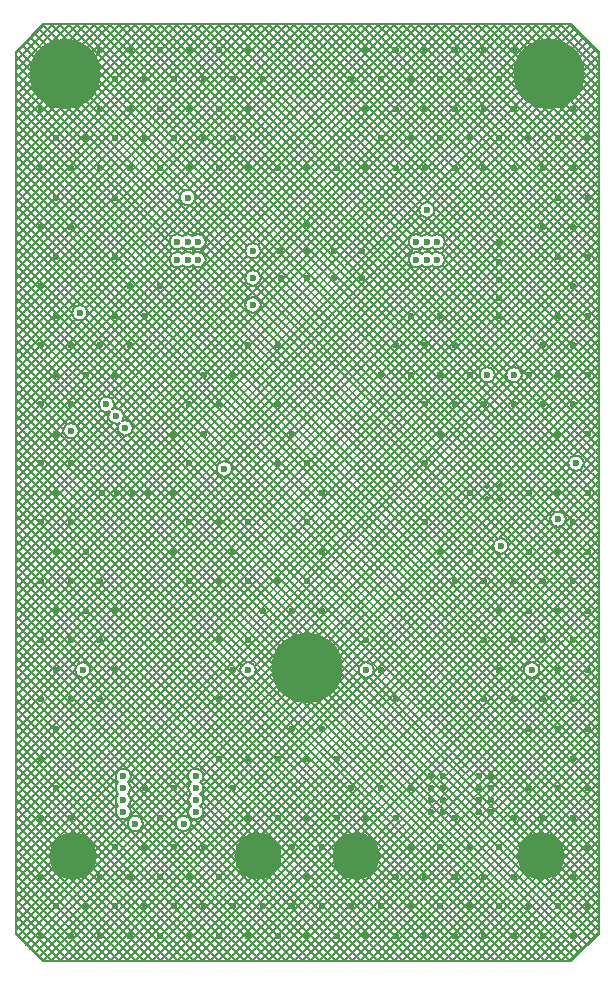
<source format=gbl>
G04*
G04 #@! TF.GenerationSoftware,Altium Limited,Altium Designer,23.9.2 (47)*
G04*
G04 Layer_Physical_Order=4*
G04 Layer_Color=16711680*
%FSLAX25Y25*%
%MOIN*%
G70*
G04*
G04 #@! TF.SameCoordinates,E30DC50E-2E90-4FCC-99EB-6CEF48135232*
G04*
G04*
G04 #@! TF.FilePolarity,Positive*
G04*
G01*
G75*
%ADD12C,0.00787*%
%ADD31C,0.15748*%
%ADD38C,0.23622*%
%ADD39C,0.02362*%
%ADD40C,0.01968*%
D12*
X71457Y39370D02*
X71262Y40349D01*
X70707Y41180D01*
X69877Y41734D01*
X68898Y41929D01*
X67918Y41734D01*
X67088Y41180D01*
X66533Y40349D01*
X66339Y39370D01*
X66533Y38391D01*
X67088Y37561D01*
X67918Y37006D01*
X68898Y36811D01*
X69877Y37006D01*
X70707Y37561D01*
X71262Y38391D01*
X71457Y39370D01*
X92126Y9843D02*
X91931Y10822D01*
X91376Y11652D01*
X90546Y12207D01*
X89567Y12402D01*
X88588Y12207D01*
X87757Y11652D01*
X87203Y10822D01*
X87008Y9843D01*
X87203Y8863D01*
X87757Y8033D01*
X88588Y7478D01*
X89567Y7283D01*
X90546Y7478D01*
X91376Y8033D01*
X91931Y8863D01*
X92126Y9843D01*
X42421Y94291D02*
X42226Y95271D01*
X41672Y96101D01*
X40841Y96656D01*
X39862Y96850D01*
X38883Y96656D01*
X38053Y96101D01*
X37498Y95271D01*
X37303Y94291D01*
X37498Y93312D01*
X38053Y92482D01*
X38883Y91927D01*
X39862Y91732D01*
X40841Y91927D01*
X41672Y92482D01*
X42226Y93312D01*
X42421Y94291D01*
X45866Y83661D02*
X45679Y84622D01*
X45145Y85442D01*
X44342Y86002D01*
X43387Y86219D01*
X42421Y86062D01*
X41585Y85554D01*
X38140Y85554D02*
X37303Y86062D01*
X36337Y86219D01*
X35383Y86002D01*
X34580Y85442D01*
X34045Y84622D01*
X33858Y83661D01*
X34045Y82701D01*
X34580Y81880D01*
X35383Y81321D01*
X36337Y81104D01*
X37303Y81261D01*
X38140Y81769D01*
X-37303Y98425D02*
X-37498Y99405D01*
X-38053Y100235D01*
X-38883Y100789D01*
X-39862Y100984D01*
X-40841Y100789D01*
X-41672Y100235D01*
X-42226Y99405D01*
X-42421Y98425D01*
X-42226Y97446D01*
X-41672Y96616D01*
X-40841Y96061D01*
X-39862Y95866D01*
X-38883Y96061D01*
X-38053Y96616D01*
X-37498Y97446D01*
X-37303Y98425D01*
X-33858Y83661D02*
X-34045Y84622D01*
X-34580Y85442D01*
X-35383Y86002D01*
X-36337Y86219D01*
X-37303Y86062D01*
X-38140Y85554D01*
X-41585Y85554D02*
X-42421Y86062D01*
X-43387Y86219D01*
X-44342Y86002D01*
X-45145Y85442D01*
X-45679Y84622D01*
X-45866Y83661D01*
X-45679Y82701D01*
X-45145Y81880D01*
X-44342Y81321D01*
X-43387Y81104D01*
X-42421Y81261D01*
X-41585Y81769D01*
X41585D02*
X42421Y81261D01*
X43387Y81104D01*
X44342Y81321D01*
X45145Y81880D01*
X45679Y82701D01*
X45866Y83661D01*
X38140Y81769D02*
X38939Y81275D01*
X39862Y81102D01*
X40786Y81275D01*
X41585Y81769D01*
X41585Y79649D02*
X40786Y80142D01*
X39862Y80315D01*
X38939Y80142D01*
X38140Y79649D01*
X41585Y85554D02*
X40786Y86048D01*
X39862Y86221D01*
X38939Y86048D01*
X38140Y85554D01*
X45866Y77756D02*
X45679Y78717D01*
X45145Y79537D01*
X44342Y80097D01*
X43387Y80314D01*
X42421Y80157D01*
X41585Y79649D01*
X41585Y75863D02*
X42421Y75355D01*
X43387Y75198D01*
X44342Y75415D01*
X45145Y75975D01*
X45679Y76795D01*
X45866Y77756D01*
X38140Y75863D02*
X38939Y75369D01*
X39862Y75197D01*
X40786Y75369D01*
X41585Y75863D01*
X62598Y39370D02*
X62404Y40349D01*
X61849Y41180D01*
X61019Y41734D01*
X60039Y41929D01*
X59060Y41734D01*
X58230Y41180D01*
X57675Y40349D01*
X57480Y39370D01*
X57675Y38391D01*
X58230Y37561D01*
X59060Y37006D01*
X60039Y36811D01*
X61019Y37006D01*
X61849Y37561D01*
X62404Y38391D01*
X62598Y39370D01*
X38140Y79649D02*
X37303Y80157D01*
X36337Y80314D01*
X35383Y80097D01*
X34580Y79537D01*
X34045Y78717D01*
X33858Y77756D01*
X34045Y76795D01*
X34580Y75975D01*
X35383Y75415D01*
X36337Y75198D01*
X37303Y75355D01*
X38140Y75863D01*
X-15551Y80709D02*
X-15746Y81688D01*
X-16301Y82518D01*
X-17131Y83073D01*
X-18110Y83268D01*
X-19090Y83073D01*
X-19920Y82518D01*
X-20474Y81688D01*
X-20669Y80709D01*
X-20474Y79729D01*
X-19920Y78899D01*
X-19090Y78344D01*
X-18110Y78150D01*
X-17131Y78344D01*
X-16301Y78899D01*
X-15746Y79729D01*
X-15551Y80709D01*
Y62598D02*
X-15746Y63578D01*
X-16301Y64408D01*
X-17131Y64963D01*
X-18110Y65158D01*
X-19090Y64963D01*
X-19920Y64408D01*
X-20474Y63578D01*
X-20669Y62598D01*
X-20474Y61619D01*
X-19920Y60789D01*
X-19090Y60234D01*
X-18110Y60039D01*
X-17131Y60234D01*
X-16301Y60789D01*
X-15746Y61619D01*
X-15551Y62598D01*
Y71653D02*
X-15746Y72633D01*
X-16301Y73463D01*
X-17131Y74018D01*
X-18110Y74213D01*
X-19090Y74018D01*
X-19920Y73463D01*
X-20474Y72633D01*
X-20669Y71653D01*
X-20474Y70674D01*
X-19920Y69844D01*
X-19090Y69289D01*
X-18110Y69095D01*
X-17131Y69289D01*
X-16301Y69844D01*
X-15746Y70674D01*
X-15551Y71653D01*
X-38140Y81769D02*
X-37303Y81261D01*
X-36337Y81104D01*
X-35383Y81321D01*
X-34580Y81880D01*
X-34045Y82701D01*
X-33858Y83661D01*
X-41585Y81769D02*
X-40786Y81275D01*
X-39862Y81102D01*
X-38939Y81275D01*
X-38140Y81769D01*
X-38140Y79649D02*
X-38939Y80142D01*
X-39862Y80315D01*
X-40786Y80142D01*
X-41585Y79649D01*
X-38140Y85554D02*
X-38939Y86048D01*
X-39862Y86221D01*
X-40786Y86048D01*
X-41585Y85554D01*
X-33858Y77756D02*
X-34045Y78717D01*
X-34580Y79537D01*
X-35383Y80097D01*
X-36337Y80314D01*
X-37303Y80157D01*
X-38140Y79649D01*
X-41585Y79649D02*
X-42421Y80157D01*
X-43387Y80314D01*
X-44342Y80097D01*
X-45145Y79537D01*
X-45679Y78717D01*
X-45866Y77756D01*
X-45679Y76795D01*
X-45145Y75975D01*
X-44342Y75415D01*
X-43387Y75198D01*
X-42421Y75355D01*
X-41585Y75863D01*
X-38140Y75863D02*
X-37303Y75355D01*
X-36337Y75198D01*
X-35383Y75415D01*
X-34580Y75975D01*
X-34045Y76795D01*
X-33858Y77756D01*
X-41585Y75863D02*
X-40786Y75369D01*
X-39862Y75197D01*
X-38939Y75369D01*
X-38140Y75863D01*
X86221Y-8858D02*
X86026Y-7879D01*
X85471Y-7049D01*
X84641Y-6494D01*
X83661Y-6299D01*
X82682Y-6494D01*
X81852Y-7049D01*
X81297Y-7879D01*
X81102Y-8858D01*
X81297Y-9838D01*
X81852Y-10668D01*
X82682Y-11223D01*
X83661Y-11417D01*
X84641Y-11223D01*
X85471Y-10668D01*
X86026Y-9838D01*
X86221Y-8858D01*
X67067Y-17717D02*
X66872Y-16737D01*
X66317Y-15907D01*
X65487Y-15352D01*
X64508Y-15157D01*
X63529Y-15352D01*
X62698Y-15907D01*
X62144Y-16737D01*
X61949Y-17717D01*
X62144Y-18696D01*
X62698Y-19526D01*
X63529Y-20081D01*
X64508Y-20276D01*
X65487Y-20081D01*
X66317Y-19526D01*
X66872Y-18696D01*
X67067Y-17717D01*
X-25000Y7972D02*
X-25195Y8952D01*
X-25749Y9782D01*
X-26580Y10337D01*
X-27559Y10531D01*
X-28538Y10337D01*
X-29369Y9782D01*
X-29923Y8952D01*
X-30118Y7972D01*
X-29923Y6993D01*
X-29369Y6163D01*
X-28538Y5608D01*
X-27559Y5413D01*
X-26580Y5608D01*
X-25749Y6163D01*
X-25195Y6993D01*
X-25000Y7972D01*
X77362Y-59055D02*
X77167Y-58076D01*
X76613Y-57246D01*
X75783Y-56691D01*
X74803Y-56496D01*
X73824Y-56691D01*
X72994Y-57246D01*
X72439Y-58076D01*
X72244Y-59055D01*
X72439Y-60034D01*
X72994Y-60865D01*
X73824Y-61419D01*
X74803Y-61614D01*
X75783Y-61419D01*
X76613Y-60865D01*
X77167Y-60034D01*
X77362Y-59055D01*
X22244D02*
X22049Y-58076D01*
X21495Y-57246D01*
X20664Y-56691D01*
X19685Y-56496D01*
X18706Y-56691D01*
X17876Y-57246D01*
X17321Y-58076D01*
X17126Y-59055D01*
X17321Y-60034D01*
X17876Y-60865D01*
X18706Y-61419D01*
X19685Y-61614D01*
X20664Y-61419D01*
X21495Y-60865D01*
X22049Y-60034D01*
X22244Y-59055D01*
X-17126D02*
X-17321Y-58076D01*
X-17876Y-57246D01*
X-18706Y-56691D01*
X-19685Y-56496D01*
X-20664Y-56691D01*
X-21495Y-57246D01*
X-22049Y-58076D01*
X-22244Y-59055D01*
X-22049Y-60034D01*
X-21495Y-60865D01*
X-20664Y-61419D01*
X-19685Y-61614D01*
X-18706Y-61419D01*
X-17876Y-60865D01*
X-17321Y-60034D01*
X-17126Y-59055D01*
X-34646Y-106299D02*
X-34888Y-105212D01*
X-35570Y-104331D01*
X-34646Y-98425D02*
X-34888Y-97338D01*
X-35570Y-96457D01*
Y-100394D02*
X-34888Y-99512D01*
X-34646Y-98425D01*
X-35570Y-96457D02*
X-34888Y-95575D01*
X-34646Y-94488D01*
X-35570Y-104331D02*
X-34888Y-103449D01*
X-34646Y-102362D01*
X-34888Y-101275D01*
X-35570Y-100394D01*
X-34646Y-94488D02*
X-34850Y-93487D01*
X-35429Y-92646D01*
X-36291Y-92098D01*
X-37299Y-91931D01*
X-38292Y-92172D01*
X-39112Y-92782D01*
X-39627Y-93664D01*
X-39757Y-94677D01*
X-39480Y-95660D01*
X-38840Y-96457D01*
Y-100394D02*
X-39521Y-101275D01*
X-39764Y-102362D01*
X-39521Y-103449D01*
X-38840Y-104331D01*
X-39480Y-105127D01*
X-39757Y-106111D01*
X-39627Y-107124D01*
X-39112Y-108006D01*
X-38292Y-108616D01*
X-37299Y-108856D01*
X-36291Y-108690D01*
X-35429Y-108142D01*
X-34850Y-107300D01*
X-34646Y-106299D01*
X-38840Y-96457D02*
X-39521Y-97338D01*
X-39764Y-98425D01*
X-39521Y-99512D01*
X-38840Y-100394D01*
X-38661Y-110236D02*
X-38856Y-109257D01*
X-39411Y-108427D01*
X-40241Y-107872D01*
X-41221Y-107677D01*
X-42200Y-107872D01*
X-43030Y-108427D01*
X-43585Y-109257D01*
X-43780Y-110236D01*
X-43585Y-111215D01*
X-43030Y-112046D01*
X-42200Y-112601D01*
X-41221Y-112795D01*
X-40241Y-112601D01*
X-39411Y-112046D01*
X-38856Y-111215D01*
X-38661Y-110236D01*
X-61221Y25591D02*
X-61437Y26621D01*
X-62051Y27477D01*
X-62957Y28014D01*
X-64003Y28140D01*
X-65011Y27834D01*
X-65698Y27284D02*
X-66206Y26405D01*
X-66331Y25397D01*
X-66055Y24420D01*
X-65421Y23627D01*
X-64528Y23144D01*
X-63518Y23045D01*
X-62548Y23347D01*
X-61861Y23897D02*
X-61386Y24685D01*
X-61221Y25591D01*
X-65011Y27834D02*
X-64536Y28622D01*
X-64370Y29528D01*
X-64573Y30527D01*
X-65150Y31367D01*
X-66010Y31916D01*
X-67015Y32085D01*
X-68007Y31849D01*
X-68827Y31244D01*
X-69347Y30366D01*
X-69482Y29356D01*
X-69213Y28372D01*
X-68581Y27573D01*
X-67686Y27083D01*
X-66672Y26981D01*
X-65698Y27284D01*
X-73228Y60039D02*
X-73423Y61019D01*
X-73978Y61849D01*
X-74808Y62404D01*
X-75787Y62598D01*
X-76767Y62404D01*
X-77597Y61849D01*
X-78152Y61019D01*
X-78347Y60039D01*
X-78152Y59060D01*
X-77597Y58230D01*
X-76767Y57675D01*
X-75787Y57480D01*
X-74808Y57675D01*
X-73978Y58230D01*
X-73423Y59060D01*
X-73228Y60039D01*
X-58071Y21654D02*
X-58288Y22684D01*
X-58901Y23540D01*
X-59807Y24077D01*
X-60853Y24203D01*
X-61861Y23897D01*
X-62548Y23347D02*
X-63045Y22499D01*
X-63186Y21526D01*
X-62949Y20572D01*
X-62371Y19778D01*
X-61535Y19260D01*
X-60566Y19095D01*
X-59607Y19308D01*
X-58798Y19867D01*
X-58260Y20689D01*
X-58071Y21654D01*
X-72244Y-59055D02*
X-72439Y-58076D01*
X-72994Y-57246D01*
X-73824Y-56691D01*
X-74803Y-56496D01*
X-75782Y-56691D01*
X-76613Y-57246D01*
X-77167Y-58076D01*
X-77362Y-59055D01*
X-77167Y-60034D01*
X-76613Y-60865D01*
X-75782Y-61419D01*
X-74803Y-61614D01*
X-73824Y-61419D01*
X-72994Y-60865D01*
X-72439Y-60034D01*
X-72244Y-59055D01*
X-76181Y20669D02*
X-76376Y21649D01*
X-76931Y22479D01*
X-77761Y23033D01*
X-78740Y23228D01*
X-79720Y23033D01*
X-80550Y22479D01*
X-81104Y21649D01*
X-81299Y20669D01*
X-81104Y19690D01*
X-80550Y18860D01*
X-79720Y18305D01*
X-78740Y18110D01*
X-77761Y18305D01*
X-76931Y18860D01*
X-76376Y19690D01*
X-76181Y20669D01*
X-59664Y-100394D02*
X-58983Y-99512D01*
X-58740Y-98425D01*
Y-94488D02*
X-58944Y-93487D01*
X-59523Y-92646D01*
X-60386Y-92098D01*
X-61394Y-91931D01*
X-62387Y-92172D01*
X-63206Y-92782D01*
X-63722Y-93664D01*
X-63851Y-94677D01*
X-63574Y-95660D01*
X-62934Y-96457D01*
X-59664D02*
X-58983Y-95575D01*
X-58740Y-94488D01*
Y-98425D02*
X-58983Y-97338D01*
X-59664Y-96457D01*
X-62934Y-96457D02*
X-63616Y-97338D01*
X-63858Y-98425D01*
X-63616Y-99512D01*
X-62934Y-100394D01*
X-58740Y-106299D02*
X-58983Y-105212D01*
X-59664Y-104331D01*
X-62934D02*
X-63574Y-105127D01*
X-63851Y-106111D01*
X-63722Y-107124D01*
X-63206Y-108006D01*
X-62387Y-108616D01*
X-61394Y-108856D01*
X-60386Y-108690D01*
X-59523Y-108142D01*
X-58944Y-107300D01*
X-58740Y-106299D01*
X-54724Y-110236D02*
X-54919Y-109257D01*
X-55474Y-108427D01*
X-56304Y-107872D01*
X-57284Y-107677D01*
X-58263Y-107872D01*
X-59093Y-108427D01*
X-59648Y-109257D01*
X-59842Y-110236D01*
X-59648Y-111215D01*
X-59093Y-112046D01*
X-58263Y-112601D01*
X-57284Y-112795D01*
X-56304Y-112601D01*
X-55474Y-112046D01*
X-54919Y-111215D01*
X-54724Y-110236D01*
X-58740Y-102362D02*
X-58983Y-101275D01*
X-59664Y-100394D01*
X-59664Y-104331D02*
X-58983Y-103449D01*
X-58740Y-102362D01*
X-62934Y-100394D02*
X-63616Y-101275D01*
X-63858Y-102362D01*
X-63616Y-103449D01*
X-62934Y-104331D01*
X67658Y156174D02*
X97119Y126714D01*
X64875Y156174D02*
X97119Y123930D01*
X62091Y156174D02*
X97119Y121146D01*
X59307Y156174D02*
X97119Y118362D01*
X56523Y156174D02*
X97119Y115578D01*
X88042Y156174D02*
X97119Y147097D01*
X87146Y156174D02*
X97119Y146201D01*
X76010Y156174D02*
X97119Y135065D01*
X73226Y156174D02*
X97119Y132281D01*
X70442Y156174D02*
X97119Y129497D01*
X42603Y156174D02*
X97119Y101659D01*
X39820Y156174D02*
X97119Y98875D01*
X37036Y156174D02*
X97119Y96091D01*
X34252Y156174D02*
X97119Y93307D01*
X31468Y156174D02*
X97119Y90523D01*
X53739Y156174D02*
X97119Y112794D01*
X50955Y156174D02*
X97119Y110010D01*
X48171Y156174D02*
X97119Y107226D01*
X45387Y156174D02*
X97119Y104443D01*
X17549Y156174D02*
X97119Y76604D01*
X14765Y156174D02*
X97119Y73820D01*
X11981Y156174D02*
X97119Y71036D01*
X9197Y156174D02*
X97119Y68252D01*
X6413Y156174D02*
X97119Y65468D01*
X28684Y156174D02*
X97119Y87739D01*
X25900Y156174D02*
X97119Y84955D01*
X-17224Y64999D02*
X73951Y156174D01*
X23116D02*
X97119Y82171D01*
X20332Y156174D02*
X97119Y79387D01*
X-4722Y156174D02*
X97119Y54333D01*
X-7506Y156174D02*
X97119Y51549D01*
X-10290Y156174D02*
X97119Y48765D01*
X-13074Y156174D02*
X97119Y45981D01*
X-15858Y156174D02*
X97119Y43197D01*
X3629Y156174D02*
X97119Y62684D01*
X-15781Y63658D02*
X76735Y156174D01*
X845D02*
X97119Y59900D01*
X-1939Y156174D02*
X97119Y57117D01*
X68172Y41824D02*
X97119Y70771D01*
X62573Y39009D02*
X97119Y73555D01*
X61904Y41123D02*
X97119Y76339D01*
X71451Y39536D02*
X97119Y65203D01*
X70498Y41367D02*
X97119Y67987D01*
X84362Y156174D02*
X97119Y143417D01*
X81578Y156174D02*
X97119Y140633D01*
X78794Y156174D02*
X97119Y137849D01*
X59923Y41927D02*
X97119Y79123D01*
X71274Y38420D02*
X97119Y12574D01*
X88713Y12255D02*
X97119Y20661D01*
X69896Y37014D02*
X97119Y9791D01*
X92114Y10089D02*
X97119Y15093D01*
X91119Y11877D02*
X97119Y17877D01*
X62536Y38806D02*
X89003Y12339D01*
X45866Y77747D02*
X97119Y26494D01*
X61372Y37186D02*
X87382Y11175D01*
X45060Y85526D02*
X97119Y137584D01*
X45864Y83545D02*
X97119Y134800D01*
X37261Y86077D02*
X97119Y145936D01*
X45857Y77971D02*
X97119Y129233D01*
X44878Y79776D02*
X97119Y132017D01*
X41694Y96078D02*
X94916Y149300D01*
X42405Y94006D02*
X96307Y147908D01*
X39675Y96843D02*
X93524Y150692D01*
X42946Y86195D02*
X97119Y140368D01*
X40169Y86202D02*
X97119Y143152D01*
X44808Y81589D02*
X97119Y29278D01*
X44996Y75833D02*
X97119Y23710D01*
X37168Y75309D02*
X97119Y15358D01*
X42797Y75248D02*
X97119Y20926D01*
X40057Y75204D02*
X97119Y18142D01*
X42200Y95332D02*
X97119Y40413D01*
X41945Y92804D02*
X97119Y37629D01*
X45845Y83335D02*
X97119Y32062D01*
X40209Y91756D02*
X97119Y34845D01*
X-18642Y156174D02*
X40903Y96629D01*
X-21426Y156174D02*
X38375Y96374D01*
X-29777Y156174D02*
X40198Y86198D01*
X-26994Y156174D02*
X42981Y86200D01*
X-24210Y156174D02*
X37327Y94638D01*
X-35256Y85942D02*
X34976Y156174D01*
X-35345D02*
X35022Y85807D01*
X-32561Y156174D02*
X37795Y85818D01*
X-33978Y84436D02*
X37760Y156174D01*
X-16355Y82571D02*
X57248Y156174D01*
X-15554Y80589D02*
X60031Y156174D01*
X-19700Y73659D02*
X62815Y156174D01*
X-15607Y72184D02*
X68383Y156174D01*
X-16752Y73823D02*
X65599Y156174D01*
X-18468Y83243D02*
X54464Y156174D01*
X-34070Y78776D02*
X43328Y156174D01*
X-37404Y97713D02*
X21057Y156174D01*
X-40679Y86087D02*
X29409Y156174D01*
X-43329Y86220D02*
X26625Y156174D01*
X-38129D02*
X33904Y84141D01*
X-38296Y85685D02*
X32193Y156174D01*
X-39706Y100979D02*
X15489Y156174D01*
X-37870Y100031D02*
X18273Y156174D01*
X-35489Y80141D02*
X40544Y156174D01*
X-54832D02*
X59476Y41866D01*
X-57616Y156174D02*
X57855Y40703D01*
X-46481Y156174D02*
X67947Y41746D01*
X-49265Y156174D02*
X66541Y40368D01*
X-40913Y156174D02*
X35236Y80026D01*
X-43697Y156174D02*
X33971Y78506D01*
X-37616Y97199D02*
X-20619Y80202D01*
X-39164Y95963D02*
X-17271Y74071D01*
X42307Y81306D02*
X43298Y80315D01*
X42505Y80186D02*
X43424Y81105D01*
X39850Y80315D02*
X40825Y81291D01*
X36999Y80248D02*
X38349Y81598D01*
X39723Y81106D02*
X40633Y80196D01*
X36897Y81148D02*
X38279Y79766D01*
X-25460Y9437D02*
X40345Y75243D01*
X-38571Y81452D02*
X-37284Y80164D01*
X-38495Y79919D02*
X-37192Y81222D01*
X-41631Y81728D02*
X-40197Y80293D01*
X-43848Y81160D02*
X-42982Y80294D01*
X-41386Y79812D02*
X-40086Y81112D01*
X-43696Y80285D02*
X-42835Y81146D01*
X-34009Y76890D02*
X-20535Y63416D01*
X-27178Y10503D02*
X38162Y75843D01*
X-35579Y81243D02*
X-19233Y64898D01*
X-58089Y21351D02*
X-19170Y60269D01*
X-58791Y23433D02*
X-20511Y61712D01*
X67067Y-17743D02*
X97119Y12310D01*
X-15551Y80703D02*
X97119Y-31968D01*
X-15692Y72492D02*
X97119Y-40319D01*
X86054Y-9767D02*
X97119Y-20832D01*
X84700Y-11197D02*
X97119Y-23616D01*
X92063Y9279D02*
X97119Y4223D01*
X90900Y7658D02*
X97119Y1439D01*
X84048Y-6329D02*
X97119Y6742D01*
X85958Y-9987D02*
X97119Y1174D01*
X85763Y-7398D02*
X97119Y3958D01*
X75533Y-56602D02*
X97119Y-35016D01*
Y-147097D02*
Y147097D01*
X-15687Y-156174D02*
X97119Y-43368D01*
X-10119Y-156174D02*
X97119Y-48936D01*
X-12903Y-156174D02*
X97119Y-46152D01*
X-16080Y70096D02*
X97119Y-43103D01*
X-17293Y60173D02*
X97119Y-54239D01*
X66945Y-18497D02*
X97119Y-48671D01*
X65664Y-20000D02*
X97119Y-51455D01*
X-26708Y5559D02*
X97119Y-118268D01*
X-54662Y-156174D02*
X97119Y-4394D01*
X-57445Y-156174D02*
X97119Y-1610D01*
X-49094Y-156174D02*
X97119Y-9961D01*
X-51878Y-156174D02*
X97119Y-7177D01*
X-18617Y78200D02*
X97119Y-37535D01*
X-17874Y69105D02*
X97119Y-45887D01*
X-52048Y156174D02*
X97119Y7007D01*
X-19084Y-56568D02*
X97119Y59636D01*
X-25245Y6880D02*
X97119Y-115484D01*
X-32390Y-156174D02*
X97119Y-26665D01*
X-29607Y-156174D02*
X97119Y-29449D01*
X-35174Y-156174D02*
X97119Y-23881D01*
X-18471Y-156174D02*
X97119Y-40584D01*
X-26823Y-156174D02*
X97119Y-32232D01*
X-43526Y-156174D02*
X97119Y-15529D01*
X-46310Y-156174D02*
X97119Y-12745D01*
X-37958Y-156174D02*
X97119Y-21097D01*
X-40742Y-156174D02*
X97119Y-18313D01*
X56694Y-156174D02*
X97119Y-115749D01*
X59478Y-156174D02*
X97119Y-118533D01*
X53910Y-156174D02*
X97119Y-112965D01*
X65045Y-156174D02*
X97119Y-124100D01*
X62261Y-156174D02*
X97119Y-121317D01*
X42774Y-156174D02*
X97119Y-101829D01*
X45558Y-156174D02*
X97119Y-104613D01*
X39990Y-156174D02*
X97119Y-99045D01*
X51126Y-156174D02*
X97119Y-110181D01*
X48342Y-156174D02*
X97119Y-107397D01*
X81749Y-156174D02*
X97119Y-140804D01*
X84532Y-156174D02*
X97119Y-143588D01*
X78965Y-156174D02*
X97119Y-138020D01*
X88042Y-156174D02*
X97119Y-147097D01*
X87316Y-156174D02*
X97119Y-146371D01*
X70613Y-156174D02*
X97119Y-129668D01*
X67829Y-156174D02*
X97119Y-126884D01*
X76181Y-156174D02*
X97119Y-135236D01*
X73397Y-156174D02*
X97119Y-132452D01*
X3800Y-156174D02*
X97119Y-62855D01*
X6584Y-156174D02*
X97119Y-65639D01*
X1016Y-156174D02*
X97119Y-60071D01*
X12152Y-156174D02*
X97119Y-71207D01*
X9368Y-156174D02*
X97119Y-68423D01*
X-4552Y-156174D02*
X97119Y-54504D01*
X-1768Y-156174D02*
X97119Y-57287D01*
X-7335Y-156174D02*
X97119Y-51720D01*
X22087Y-59939D02*
X97119Y-134971D01*
X20747Y-61383D02*
X97119Y-137755D01*
X28855Y-156174D02*
X97119Y-87910D01*
X31639Y-156174D02*
X97119Y-90694D01*
X26071Y-156174D02*
X97119Y-85126D01*
X37207Y-156174D02*
X97119Y-96262D01*
X34423Y-156174D02*
X97119Y-93478D01*
X17719Y-156174D02*
X97119Y-76775D01*
X14935Y-156174D02*
X97119Y-73991D01*
X23287Y-156174D02*
X97119Y-82342D01*
X20503Y-156174D02*
X97119Y-79558D01*
X64041Y-15200D02*
X87532Y8291D01*
X19948Y-56510D02*
X87155Y10697D01*
X-16420Y78787D02*
X97119Y-34751D01*
X66215Y-15810D02*
X89321Y7295D01*
X-25255Y6858D02*
X43092Y75206D01*
X-15811Y61475D02*
X62225Y-16561D01*
X-34109Y82557D02*
X63727Y-15279D01*
X77064Y-57856D02*
X97119Y-37800D01*
X-17483Y-57751D02*
X97119Y56852D01*
X77324Y-59498D02*
X97119Y-79294D01*
X-17192Y-59634D02*
X79348Y-156174D01*
X22087Y-59939D02*
X62602Y-19424D01*
X21728Y-57514D02*
X61992Y-17250D01*
X-37817Y-92003D02*
X97119Y42932D01*
X-35558Y-92529D02*
X97119Y40148D01*
X-58900Y-93599D02*
X97119Y62419D01*
X-34647Y-94402D02*
X97119Y37365D01*
X-34647Y-94402D02*
X97119Y37365D01*
X-35339Y75435D02*
X97119Y-57023D01*
X-38367Y75679D02*
X97119Y-59807D01*
X-40879Y75407D02*
X97119Y-62590D01*
X-43456Y75201D02*
X97119Y-65374D01*
X-58348Y20496D02*
X18801Y-56653D01*
X-59121Y-104956D02*
X97119Y51284D01*
X-56423Y-107826D02*
X97119Y45716D01*
X-59477Y-108096D02*
X97119Y48500D01*
X-34681Y-102787D02*
X97119Y29013D01*
X-34736Y-105626D02*
X97119Y26229D01*
X-34861Y-97399D02*
X97119Y34581D01*
X-58793Y-101844D02*
X97119Y54068D01*
X-35315Y-100637D02*
X97119Y31797D01*
X-59320Y-96803D02*
X-22173Y-59656D01*
X76225Y-61183D02*
X97119Y-82077D01*
X73536Y-61278D02*
X97119Y-84861D01*
X-37595Y-108828D02*
X9751Y-156174D01*
X-38678Y-110529D02*
X6967Y-156174D01*
X-21255D02*
X73604Y-61316D01*
X-18364Y-61247D02*
X76564Y-156174D01*
X-24039D02*
X72350Y-59785D01*
X-34701Y-95019D02*
X26454Y-156174D01*
X-34730Y-97774D02*
X23670Y-156174D01*
X-34809Y-103262D02*
X18102Y-156174D01*
X-35232Y-100056D02*
X20886Y-156174D01*
X-34647Y-106208D02*
X15318Y-156174D01*
X-35464Y-108175D02*
X12535Y-156174D01*
X-58830Y-99097D02*
X-20989Y-61257D01*
X-38735Y-109625D02*
X-37878Y-108768D01*
X-54965Y-109152D02*
X-39689Y-93876D01*
X-39924Y-108030D02*
X-39440Y-107546D01*
X-58855Y-107056D02*
X-58100Y-107811D01*
X-58918Y-101425D02*
X-4169Y-156174D01*
X-58767Y-98792D02*
X-1385Y-156174D01*
X-59242Y-103884D02*
X-6953Y-156174D01*
X-39698Y-112293D02*
X4183Y-156174D01*
X-42158Y-112618D02*
X1399Y-156174D01*
X-59056Y-95719D02*
X-43602Y-111173D01*
X-54858Y-111053D02*
X-9736Y-156174D01*
X-56159Y-112535D02*
X-12520Y-156174D01*
X-73568Y58765D02*
X23841Y156174D01*
X-60800Y24207D02*
X71167Y156174D01*
X-97119Y46350D02*
X12705Y156174D01*
X-60400D02*
X97119Y-1345D01*
X-88042Y156174D02*
X88042D01*
X-97119Y57485D02*
X1570Y156174D01*
X-97119Y54701D02*
X4354Y156174D01*
X-97119Y60269D02*
X-1214Y156174D01*
X-97119Y49134D02*
X9922Y156174D01*
X-97119Y51917D02*
X7138Y156174D01*
X-68752D02*
X97119Y-9697D01*
X-71536Y156174D02*
X97119Y-12481D01*
X-74319Y156174D02*
X97119Y-15264D01*
X-77103Y156174D02*
X97119Y-18048D01*
X-85455Y156174D02*
X97119Y-26400D01*
X-79887Y156174D02*
X82753Y-6466D01*
X-82671Y156174D02*
X81323Y-7820D01*
X-63184Y156174D02*
X97119Y-4129D01*
X-65968Y156174D02*
X97119Y-6913D01*
X-97119Y79756D02*
X-20701Y156174D01*
X-97119Y76972D02*
X-17917Y156174D01*
X-97119Y82540D02*
X-23485Y156174D01*
X-97119Y71405D02*
X-12349Y156174D01*
X-97119Y74189D02*
X-15133Y156174D01*
X-97119Y93676D02*
X-34621Y156174D01*
X-97119Y90892D02*
X-31837Y156174D01*
X-97119Y96460D02*
X-37405Y156174D01*
X-97119Y85324D02*
X-26269Y156174D01*
X-97119Y88108D02*
X-29053Y156174D01*
X-97119Y-20463D02*
X79519Y156174D01*
X-97119Y-23247D02*
X82302Y156174D01*
X-97119Y7375D02*
X51680Y156174D01*
X-97119Y-28815D02*
X87870Y156174D01*
X-97119Y-26031D02*
X85086Y156174D01*
X-97119Y65837D02*
X-6782Y156174D01*
X-97119Y68621D02*
X-9566Y156174D01*
X-97119Y10159D02*
X48896Y156174D01*
X-97119Y63053D02*
X-3998Y156174D01*
X-89532Y154684D02*
X-18116Y83268D01*
X-66842Y32085D02*
X-19973Y78954D01*
X-95100Y149116D02*
X-19668Y73684D01*
X-61362Y26429D02*
X-18641Y69150D01*
X-64969Y31173D02*
X-17990Y78152D01*
X-90924Y153292D02*
X-20031Y82399D01*
X-78494Y23216D02*
X-20644Y81066D01*
X-96492Y147724D02*
X-20658Y71890D01*
X-62676Y27899D02*
X-20279Y70296D01*
X-64445Y28914D02*
X-20115Y73243D01*
X-74693Y-56498D02*
X97119Y115313D01*
X-72833Y-57422D02*
X97119Y112529D01*
X-88140Y156076D02*
X97119Y-29184D01*
X-72327Y-59700D02*
X97119Y109746D01*
X-97119Y-45518D02*
X40148Y91748D01*
X-97119Y-51086D02*
X35318Y81351D01*
X-97119Y-48302D02*
X34001Y82818D01*
X-59852Y19216D02*
X17357Y-57993D01*
X-75846Y57481D02*
X-28652Y10287D01*
X-97119Y-31599D02*
X89348Y154868D01*
X-97119Y-34383D02*
X90740Y153476D01*
X-97119Y12943D02*
X46112Y156174D01*
X-97119Y114945D02*
X74360Y-56535D01*
X-97119Y-37167D02*
X92132Y152084D01*
X-97119Y-42734D02*
X38075Y92460D01*
X-97119Y-53870D02*
X33925Y77174D01*
X-97119Y-39951D02*
X37310Y94478D01*
X-97119Y20293D02*
X-20264Y-56562D01*
X-97119Y75970D02*
X-29972Y8823D01*
X-97119Y112161D02*
X72675Y-57634D01*
X-97119Y126080D02*
X97119Y-68158D01*
X-97119Y-67789D02*
X97119Y126449D01*
X-97119Y-56654D02*
X35098Y75563D01*
X-97119Y109377D02*
X72580Y-60322D01*
X-97119Y-59438D02*
X-30090Y7592D01*
X-97119Y17509D02*
X-21877Y-57734D01*
X-97119Y-65005D02*
X-26445Y5669D01*
X-97119Y-62222D02*
X-29024Y5874D01*
X-92316Y151900D02*
X-41088Y100672D01*
X-93708Y150508D02*
X-42324Y99124D01*
X-97119Y145567D02*
X-37522Y85970D01*
X-97119Y139999D02*
X-43340Y86220D01*
X-97119Y142783D02*
X-40480Y86145D01*
X-97119Y134432D02*
X-45808Y83121D01*
X-97119Y131648D02*
X-45076Y79605D01*
X-97119Y137215D02*
X-45241Y85337D01*
X-97119Y84322D02*
X-75360Y62562D01*
X-97119Y128864D02*
X-45862Y77607D01*
X-75342Y62559D02*
X-41468Y96433D01*
X-73658Y61459D02*
X-39150Y95967D01*
X-97119Y43566D02*
X-42416Y98268D01*
X-97119Y24079D02*
X-45183Y76015D01*
X-97119Y29646D02*
X-45012Y81753D01*
X-97119Y81538D02*
X-77512Y61930D01*
X-97119Y32430D02*
X-45866Y83683D01*
X-97119Y26863D02*
X-45836Y78145D01*
X-97119Y78754D02*
X-78346Y59981D01*
X-97119Y132650D02*
X-73595Y156174D01*
X-97119Y129866D02*
X-70811Y156174D01*
X-97119Y135434D02*
X-76379Y156174D01*
X-97119Y124298D02*
X-65243Y156174D01*
X-97119Y127082D02*
X-68027Y156174D01*
X-97119Y146569D02*
X-87514Y156174D01*
X-97119Y143786D02*
X-84730Y156174D01*
X-97119Y147097D02*
X-88042Y156174D01*
X-97119Y138218D02*
X-79163Y156174D01*
X-97119Y141002D02*
X-81946Y156174D01*
X-97119Y107595D02*
X-48540Y156174D01*
X-97119Y104811D02*
X-45756Y156174D01*
X-97119Y110379D02*
X-51324Y156174D01*
X-97119Y99243D02*
X-40188Y156174D01*
X-97119Y102027D02*
X-42972Y156174D01*
X-97119Y118731D02*
X-59676Y156174D01*
X-97119Y121514D02*
X-62459Y156174D01*
X-97119Y113163D02*
X-54108Y156174D01*
X-97119Y115947D02*
X-56892Y156174D01*
X-64379Y29311D02*
X-63136Y28067D01*
X-63670Y23034D02*
X-63068Y22432D01*
X-67735Y27099D02*
X-66336Y25700D01*
X-76705Y22221D02*
X-69487Y29440D01*
X-76328Y19815D02*
X-68575Y27568D01*
X-97119Y-35385D02*
X-75804Y-56700D01*
X-97119Y1808D02*
X-80292Y18635D01*
X-97119Y-38169D02*
X-77180Y-58108D01*
X-97119Y-976D02*
X-77886Y18257D01*
X-97119Y62051D02*
X-67146Y32077D01*
X-97119Y59267D02*
X-68950Y31098D01*
X-97119Y21295D02*
X-43215Y75199D01*
X-97119Y56483D02*
X-69358Y28722D01*
X-97119Y35214D02*
X-74513Y57820D01*
X-97119Y37998D02*
X-77207Y57910D01*
X-97119Y42564D02*
X-77412Y22857D01*
X-97119Y40782D02*
X-78307Y59594D01*
X-97119Y36996D02*
X-81257Y21134D01*
X-97119Y39780D02*
X-80147Y22807D01*
X-97119Y18511D02*
X-40380Y75250D01*
X-97119Y-12112D02*
X-63183Y21824D01*
X-97119Y15727D02*
X-37437Y75409D01*
X-97119Y-17680D02*
X-60327Y19113D01*
X-97119Y-14896D02*
X-62409Y19814D01*
X-97119Y-6544D02*
X-66088Y24487D01*
X-97119Y-3760D02*
X-66316Y27043D01*
X-97119Y4592D02*
X-81287Y20423D01*
X-97119Y-9328D02*
X-64618Y23173D01*
X-97119Y-112331D02*
X97119Y81907D01*
X-97119Y73186D02*
X97119Y-121052D01*
X-97119Y-109548D02*
X97119Y84690D01*
X-73264Y60467D02*
X97119Y-109916D01*
X-73896Y58315D02*
X97119Y-112700D01*
X-97119Y-106764D02*
X97119Y87474D01*
X-97119Y87106D02*
X97119Y-107132D01*
X-97119Y89890D02*
X97119Y-104349D01*
X-97119Y-117899D02*
X58286Y37506D01*
X-97119Y-115115D02*
X57483Y39487D01*
X-97119Y64835D02*
X97119Y-129403D01*
X-97119Y53699D02*
X97119Y-140539D01*
X-97119Y67619D02*
X97119Y-126620D01*
X-97119Y48131D02*
X97119Y-146107D01*
X-97119Y50915D02*
X97119Y-143323D01*
X-97119Y45347D02*
X96222Y-147994D01*
X-97119Y70402D02*
X97119Y-123836D01*
X-97119Y-126251D02*
X66901Y37769D01*
X-97119Y-123467D02*
X66444Y40096D01*
X-97119Y-87277D02*
X97119Y106962D01*
X-97119Y106593D02*
X97119Y-87645D01*
X-97119Y117728D02*
X97119Y-76510D01*
X-97119Y103809D02*
X97119Y-90429D01*
X-97119Y-90060D02*
X97119Y104178D01*
X-97119Y123296D02*
X97119Y-70942D01*
X-97119Y-73357D02*
X97119Y120881D01*
X-97119Y-70573D02*
X97119Y123665D01*
X-97119Y-76141D02*
X97119Y118097D01*
X-97119Y120512D02*
X97119Y-73726D01*
X-97119Y95457D02*
X97119Y-98781D01*
X-97119Y-101196D02*
X97119Y93042D01*
X-97119Y-98412D02*
X97119Y95826D01*
X-97119Y-103980D02*
X97119Y90258D01*
X-97119Y92673D02*
X97119Y-101565D01*
X-97119Y101025D02*
X97119Y-93213D01*
X-97119Y-92844D02*
X97119Y101394D01*
X-97119Y98241D02*
X97119Y-95997D01*
X-97119Y-95628D02*
X97119Y98610D01*
X-61303Y26234D02*
X97119Y-132187D01*
X-76552Y21997D02*
X94830Y-149386D01*
X-76602Y19263D02*
X93438Y-150778D01*
X-78276Y18153D02*
X92046Y-152170D01*
X-88042Y-156174D02*
X88042D01*
X-60242Y-92158D02*
X68732Y36816D01*
X-97119Y-4762D02*
X54293Y-156174D01*
X-97119Y-1978D02*
X57077Y-156174D01*
X-97119Y-10330D02*
X48725Y-156174D01*
X-97119Y-7546D02*
X51509Y-156174D01*
X-68581D02*
X97119Y9526D01*
X-65797Y-156174D02*
X81132Y-9245D01*
X-82500Y-156174D02*
X97119Y23445D01*
X-60229Y-156174D02*
X84790Y-11155D01*
X-63013Y-156174D02*
X82201Y-10960D01*
X-71365Y-156174D02*
X64534Y-20276D01*
X-79716Y-156174D02*
X17140Y-59318D01*
X-74149Y-156174D02*
X20569Y-61457D01*
X-76933Y-156174D02*
X18144Y-61098D01*
X-97119Y31428D02*
X89262Y-154953D01*
X-97119Y28644D02*
X87699Y-156174D01*
X-97119Y34212D02*
X90654Y-153561D01*
X-97119Y23076D02*
X82132Y-156174D01*
X-97119Y25860D02*
X84916Y-156174D01*
X-97119Y-13114D02*
X45941Y-156174D01*
X-97119Y-15898D02*
X43157Y-156174D01*
X-97119Y-120683D02*
X60401Y36837D01*
X-97119Y-21466D02*
X37589Y-156174D01*
X-97119Y-18682D02*
X40373Y-156174D01*
X-97119Y11941D02*
X70996Y-156174D01*
X-97119Y9157D02*
X68212Y-156174D01*
X-97119Y14725D02*
X73780Y-156174D01*
X-97119Y3589D02*
X62644Y-156174D01*
X-97119Y6373D02*
X65428Y-156174D01*
X-97119Y-24250D02*
X34806Y-156174D01*
X-97119Y805D02*
X59861Y-156174D01*
X-97119Y-29817D02*
X29238Y-156174D01*
X-97119Y-27033D02*
X32022Y-156174D01*
X-72448Y-60056D02*
X-39374Y-93130D01*
X-73856Y-61432D02*
X-39210Y-96078D01*
X-93623Y-150593D02*
X-39164Y-96135D01*
X-92231Y-151985D02*
X-39592Y-99347D01*
X-97119Y-129035D02*
X-63630Y-95545D01*
X-97119Y-77143D02*
X-18088Y-156174D01*
X-97119Y-79927D02*
X-20872Y-156174D01*
X-97119Y-74359D02*
X-15304Y-156174D01*
X-97119Y-85495D02*
X-26440Y-156174D01*
X-97119Y-82711D02*
X-23656Y-156174D01*
X-97119Y-91063D02*
X-32008Y-156174D01*
X-97119Y-88279D02*
X-29224Y-156174D01*
X-92231Y-151985D02*
X-39592Y-99347D01*
X-97119Y-93846D02*
X-34791Y-156174D01*
X-97119Y-40953D02*
X-39761Y-98311D01*
X-97119Y-43737D02*
X-39540Y-101316D01*
X-97119Y-32601D02*
X-37735Y-91985D01*
X-97119Y-63224D02*
X-63391Y-96952D01*
X-97119Y-57656D02*
X-62530Y-92245D01*
X-97119Y-81709D02*
X-76436Y-61026D01*
X-97119Y-60440D02*
X-63763Y-93796D01*
X-97119Y-78925D02*
X-77360Y-59166D01*
X-97119Y-66008D02*
X-63617Y-99510D01*
X-97119Y-84493D02*
X-74158Y-61532D01*
X-97119Y-49304D02*
X-39734Y-106690D01*
X-97119Y-52088D02*
X-41513Y-107694D01*
X-97119Y-46521D02*
X-39081Y-104559D01*
X-97119Y-96630D02*
X-37575Y-156174D01*
X-97119Y-54872D02*
X-43277Y-108714D01*
X-97119Y-68792D02*
X-63841Y-102069D01*
X-97119Y-147097D02*
Y147097D01*
Y-131819D02*
X-63855Y-98554D01*
X-97119Y-71575D02*
X-63572Y-105123D01*
X-90839Y-153377D02*
X-39763Y-102301D01*
X-95015Y-149201D02*
X-58368Y-112554D01*
X-60123Y-108572D02*
X-59582Y-109112D01*
X-96407Y-147809D02*
X-59694Y-111096D01*
X-89447Y-154769D02*
X-38930Y-104252D01*
X-88055Y-156161D02*
X-43427Y-111533D01*
X-97119Y-110550D02*
X-51495Y-156174D01*
X-85284D02*
X-41831Y-112721D01*
X-97119Y-113334D02*
X-54278Y-156174D01*
X-97119Y-118901D02*
X-59846Y-156174D01*
X-97119Y-116118D02*
X-57062Y-156174D01*
X-97119Y-124469D02*
X-65414Y-156174D01*
X-97119Y-121685D02*
X-62630Y-156174D01*
X-97119Y-134602D02*
X-63355Y-100839D01*
X-97119Y-102198D02*
X-43143Y-156174D01*
X-97119Y-99414D02*
X-40359Y-156174D01*
X-97119Y-142954D02*
X-62642Y-108477D01*
X-97119Y-145738D02*
X-59503Y-108122D01*
X-97119Y-140170D02*
X-63798Y-106850D01*
X-97119Y-137386D02*
X-63462Y-103730D01*
X-97119Y-130037D02*
X-70982Y-156174D01*
X-97119Y-127253D02*
X-68198Y-156174D01*
X-97119Y-107766D02*
X-48711Y-156174D01*
X-97119Y-132821D02*
X-73766Y-156174D01*
X-97119Y-104982D02*
X-45927Y-156174D01*
X-97119Y-138389D02*
X-79333Y-156174D01*
X-97119Y-135605D02*
X-76550Y-156174D01*
X-97119Y-143956D02*
X-84901Y-156174D01*
X-97119Y-141172D02*
X-82117Y-156174D01*
X-97119Y-147097D02*
X-88042Y-156174D01*
X-97119Y-146740D02*
X-87685Y-156174D01*
D31*
X16417Y-121024D02*
D03*
X78071D02*
D03*
X-78071D02*
D03*
X-16417D02*
D03*
D38*
X0Y-58268D02*
D03*
X80709Y139764D02*
D03*
X-80709D02*
D03*
D39*
X-9449Y-58268D02*
D03*
X-6693Y-51575D02*
D03*
Y-64961D02*
D03*
X0Y-67716D02*
D03*
X6693Y-64961D02*
D03*
X9449Y-58268D02*
D03*
X6693Y-51575D02*
D03*
X0Y-48819D02*
D03*
X88583Y127953D02*
D03*
X93504Y118110D02*
D03*
X88583Y108268D02*
D03*
X93504Y98425D02*
D03*
X88583Y88583D02*
D03*
X93504Y78740D02*
D03*
X88583Y68898D02*
D03*
X93504Y59055D02*
D03*
X88583Y49213D02*
D03*
X93504Y39370D02*
D03*
X88583Y29528D02*
D03*
X93504Y19685D02*
D03*
Y0D02*
D03*
X88583Y-9843D02*
D03*
X93504Y-19685D02*
D03*
X88583Y-29528D02*
D03*
X93504Y-39370D02*
D03*
X88583Y-49213D02*
D03*
X93504Y-59055D02*
D03*
X88583Y-68898D02*
D03*
X93504Y-78740D02*
D03*
X88583Y-88583D02*
D03*
X93504Y-98425D02*
D03*
X88583Y-108268D02*
D03*
X93504Y-118110D02*
D03*
X88583Y-127953D02*
D03*
X93504Y-137795D02*
D03*
X88583Y-147638D02*
D03*
X83661Y118110D02*
D03*
X78740Y108268D02*
D03*
X83661Y98425D02*
D03*
X78740Y88583D02*
D03*
X83661Y78740D02*
D03*
Y59055D02*
D03*
X78740Y49213D02*
D03*
X83661Y39370D02*
D03*
X78740Y29528D02*
D03*
X83661Y19685D02*
D03*
Y0D02*
D03*
Y-19685D02*
D03*
X78740Y-29528D02*
D03*
X83661Y-39370D02*
D03*
X78740Y-49213D02*
D03*
X83661Y-59055D02*
D03*
X78740Y-68898D02*
D03*
X83661Y-78740D02*
D03*
Y-98425D02*
D03*
X78740Y-108268D02*
D03*
X83661Y-137795D02*
D03*
X78740Y-147638D02*
D03*
X68898Y147638D02*
D03*
Y127953D02*
D03*
X73819Y118110D02*
D03*
X68898Y108268D02*
D03*
X73819Y39370D02*
D03*
X68898Y29528D02*
D03*
X73819Y0D02*
D03*
Y-19685D02*
D03*
X68898Y-29528D02*
D03*
X73819Y-39370D02*
D03*
X68898Y-49213D02*
D03*
Y-68898D02*
D03*
X73819Y-78740D02*
D03*
Y-98425D02*
D03*
X68898Y-108268D02*
D03*
Y-127953D02*
D03*
X73819Y-137795D02*
D03*
X68898Y-147638D02*
D03*
X59055Y147638D02*
D03*
X63976Y137795D02*
D03*
X59055Y127953D02*
D03*
X63976Y118110D02*
D03*
X59055Y108268D02*
D03*
Y29528D02*
D03*
Y-29528D02*
D03*
X63976Y-39370D02*
D03*
X59055Y-49213D02*
D03*
X63976Y-59055D02*
D03*
X59055Y-68898D02*
D03*
X63976Y-118110D02*
D03*
X59055Y-127953D02*
D03*
X63976Y-137795D02*
D03*
X59055Y-147638D02*
D03*
X49213Y147638D02*
D03*
X54134Y137795D02*
D03*
X49213Y127953D02*
D03*
X54134Y118110D02*
D03*
X49213Y108268D02*
D03*
Y49213D02*
D03*
X54134Y39370D02*
D03*
X49213Y29528D02*
D03*
X54134Y0D02*
D03*
Y-19685D02*
D03*
X49213Y-29528D02*
D03*
Y-108268D02*
D03*
X54134Y-118110D02*
D03*
X49213Y-127953D02*
D03*
X54134Y-137795D02*
D03*
X49213Y-147638D02*
D03*
X39370Y147638D02*
D03*
X44291Y137795D02*
D03*
X39370Y127953D02*
D03*
X44291Y118110D02*
D03*
X39370Y108268D02*
D03*
X44291Y59055D02*
D03*
X39370Y49213D02*
D03*
X44291Y39370D02*
D03*
X39370Y29528D02*
D03*
X44291Y19685D02*
D03*
X39370Y9843D02*
D03*
Y-9843D02*
D03*
X44291Y-19685D02*
D03*
Y-118110D02*
D03*
X39370Y-127953D02*
D03*
X44291Y-137795D02*
D03*
X39370Y-147638D02*
D03*
X29528Y147638D02*
D03*
X34449Y137795D02*
D03*
X29528Y127953D02*
D03*
X34449Y118110D02*
D03*
X29528Y108268D02*
D03*
X34449Y59055D02*
D03*
X29528Y49213D02*
D03*
X34449Y39370D02*
D03*
X29528Y-68898D02*
D03*
X34449Y-98425D02*
D03*
X29528Y-108268D02*
D03*
X34449Y-118110D02*
D03*
X29528Y-127953D02*
D03*
X34449Y-137795D02*
D03*
X29528Y-147638D02*
D03*
X19685Y147638D02*
D03*
X24606Y137795D02*
D03*
X19685Y127953D02*
D03*
X24606Y118110D02*
D03*
X19685Y108268D02*
D03*
X24606Y39370D02*
D03*
X19685Y-49213D02*
D03*
X24606Y-59055D02*
D03*
Y-98425D02*
D03*
X19685Y-108268D02*
D03*
X24606Y-137795D02*
D03*
X19685Y-147638D02*
D03*
X14764Y137795D02*
D03*
X9843Y108268D02*
D03*
Y-88583D02*
D03*
X14764Y-98425D02*
D03*
X9843Y-108268D02*
D03*
X14764Y-137795D02*
D03*
X9843Y-147638D02*
D03*
X0Y108268D02*
D03*
Y9843D02*
D03*
X4921Y0D02*
D03*
X0Y-9843D02*
D03*
X4921Y-19685D02*
D03*
X0Y-29528D02*
D03*
X4921Y-39370D02*
D03*
Y-78740D02*
D03*
X0Y-88583D02*
D03*
Y-108268D02*
D03*
X4921Y-118110D02*
D03*
X0Y-127953D02*
D03*
X4921Y-137795D02*
D03*
X0Y-147638D02*
D03*
X-9843Y108268D02*
D03*
Y49213D02*
D03*
Y29528D02*
D03*
X-4921Y19685D02*
D03*
X-9843Y9843D02*
D03*
Y-29528D02*
D03*
X-4921Y-39370D02*
D03*
Y-78740D02*
D03*
X-9843Y-88583D02*
D03*
Y-108268D02*
D03*
X-4921Y-118110D02*
D03*
Y-137795D02*
D03*
X-9843Y-147638D02*
D03*
X-19685Y147638D02*
D03*
X-14764Y137795D02*
D03*
X-19685Y127953D02*
D03*
Y108268D02*
D03*
Y49213D02*
D03*
Y-9843D02*
D03*
Y-29528D02*
D03*
X-14764Y-39370D02*
D03*
X-19685Y-49213D02*
D03*
Y-88583D02*
D03*
Y-108268D02*
D03*
X-14764Y-137795D02*
D03*
X-19685Y-147638D02*
D03*
X-29528Y147638D02*
D03*
X-24606Y137795D02*
D03*
X-29528Y127953D02*
D03*
X-24606Y118110D02*
D03*
X-29528Y108268D02*
D03*
X-24606Y39370D02*
D03*
X-29528Y29528D02*
D03*
Y-9843D02*
D03*
X-24606Y-19685D02*
D03*
X-29528Y-29528D02*
D03*
Y-49213D02*
D03*
X-24606Y-59055D02*
D03*
X-29528Y-68898D02*
D03*
Y-88583D02*
D03*
X-24606Y-98425D02*
D03*
X-29528Y-127953D02*
D03*
X-24606Y-137795D02*
D03*
X-29528Y-147638D02*
D03*
X-39370Y147638D02*
D03*
X-34449Y137795D02*
D03*
X-39370Y127953D02*
D03*
X-34449Y118110D02*
D03*
X-39370Y108268D02*
D03*
X-34449Y39370D02*
D03*
X-39370Y29528D02*
D03*
X-34449Y19685D02*
D03*
X-39370Y9843D02*
D03*
Y-9843D02*
D03*
Y-29528D02*
D03*
X-34449Y-118110D02*
D03*
X-39370Y-127953D02*
D03*
X-34449Y-137795D02*
D03*
X-39370Y-147638D02*
D03*
X-49213Y147638D02*
D03*
X-44291Y137795D02*
D03*
X-49213Y127953D02*
D03*
X-44291Y118110D02*
D03*
X-49213Y108268D02*
D03*
Y68898D02*
D03*
X-44291Y19685D02*
D03*
Y0D02*
D03*
Y-19685D02*
D03*
Y-98425D02*
D03*
X-49213Y-108268D02*
D03*
X-44291Y-118110D02*
D03*
X-49213Y-127953D02*
D03*
X-44291Y-137795D02*
D03*
X-49213Y-147638D02*
D03*
X-59055Y147638D02*
D03*
X-54134Y137795D02*
D03*
X-59055Y127953D02*
D03*
X-54134Y118110D02*
D03*
X-59055Y108268D02*
D03*
Y68898D02*
D03*
X-54134Y59055D02*
D03*
X-59055Y49213D02*
D03*
X-54134Y-98425D02*
D03*
Y-118110D02*
D03*
X-59055Y-127953D02*
D03*
X-54134Y-137795D02*
D03*
X-59055Y-147638D02*
D03*
X-68898Y147638D02*
D03*
X-63976Y137795D02*
D03*
X-68898Y127953D02*
D03*
X-63976Y118110D02*
D03*
X-68898Y108268D02*
D03*
X-63976Y98425D02*
D03*
Y78740D02*
D03*
Y59055D02*
D03*
X-68898Y49213D02*
D03*
X-63976Y39370D02*
D03*
X-68898Y-29528D02*
D03*
X-63976Y-39370D02*
D03*
X-68898Y-49213D02*
D03*
X-63976Y-59055D02*
D03*
X-68898Y-68898D02*
D03*
X-63976Y-118110D02*
D03*
X-68898Y-127953D02*
D03*
X-63976Y-137795D02*
D03*
X-68898Y-147638D02*
D03*
X-73819Y118110D02*
D03*
X-78740Y108268D02*
D03*
Y88583D02*
D03*
Y49213D02*
D03*
X-73819Y39370D02*
D03*
X-78740Y29528D02*
D03*
Y9843D02*
D03*
Y-9843D02*
D03*
X-73819Y-19685D02*
D03*
X-78740Y-29528D02*
D03*
X-73819Y-39370D02*
D03*
X-78740Y-49213D02*
D03*
Y-68898D02*
D03*
Y-108268D02*
D03*
X-73819Y-137795D02*
D03*
X-78740Y-147638D02*
D03*
X-88583Y127953D02*
D03*
X-83661Y118110D02*
D03*
X-88583Y108268D02*
D03*
X-83661Y98425D02*
D03*
X-88583Y88583D02*
D03*
X-83661Y78740D02*
D03*
X-88583Y68898D02*
D03*
X-83661Y59055D02*
D03*
X-88583Y49213D02*
D03*
X-83661Y39370D02*
D03*
X-88583Y29528D02*
D03*
X-83661Y19685D02*
D03*
X-88583Y9843D02*
D03*
X-83661Y0D02*
D03*
X-88583Y-9843D02*
D03*
X-83661Y-19685D02*
D03*
X-88583Y-29528D02*
D03*
X-83661Y-39370D02*
D03*
X-88583Y-49213D02*
D03*
X-83661Y-59055D02*
D03*
X-88583Y-68898D02*
D03*
X-83661Y-78740D02*
D03*
X-88583Y-88583D02*
D03*
X-83661Y-98425D02*
D03*
X-88583Y-108268D02*
D03*
Y-127953D02*
D03*
X-83661Y-137795D02*
D03*
X-88583Y-147638D02*
D03*
X63976Y76772D02*
D03*
Y70866D02*
D03*
Y64961D02*
D03*
X68898Y39370D02*
D03*
X60039D02*
D03*
X89567Y9843D02*
D03*
X63976Y83661D02*
D03*
Y59055D02*
D03*
X-27559Y7972D02*
D03*
X-75787Y60039D02*
D03*
X-78740Y20669D02*
D03*
X-57284Y-110236D02*
D03*
X-41221D02*
D03*
X64508Y-17717D02*
D03*
X83661Y-8858D02*
D03*
X39862Y94291D02*
D03*
X-39862Y98425D02*
D03*
X39862Y77756D02*
D03*
Y83661D02*
D03*
X36417Y77756D02*
D03*
Y83661D02*
D03*
X43307Y77756D02*
D03*
Y83661D02*
D03*
X-43307D02*
D03*
Y77756D02*
D03*
X-36417Y83661D02*
D03*
Y77756D02*
D03*
X-39862Y83661D02*
D03*
Y77756D02*
D03*
X-61299Y-98425D02*
D03*
Y-94488D02*
D03*
Y-106299D02*
D03*
Y-102362D02*
D03*
X61299Y-94488D02*
D03*
Y-98425D02*
D03*
Y-102362D02*
D03*
Y-106299D02*
D03*
X57284Y-94488D02*
D03*
Y-98425D02*
D03*
Y-102362D02*
D03*
Y-106299D02*
D03*
X45236Y-94488D02*
D03*
Y-98425D02*
D03*
Y-102362D02*
D03*
Y-106299D02*
D03*
X41221Y-94488D02*
D03*
Y-98425D02*
D03*
Y-102362D02*
D03*
Y-106299D02*
D03*
X-37205D02*
D03*
Y-102362D02*
D03*
Y-98425D02*
D03*
Y-94488D02*
D03*
X-74803Y-59055D02*
D03*
X-19685D02*
D03*
X74803D02*
D03*
X19685D02*
D03*
X-68405Y0D02*
D03*
X-63287D02*
D03*
X-58169D02*
D03*
X-53051D02*
D03*
X-60630Y21654D02*
D03*
X-63779Y25591D02*
D03*
X-66929Y29528D02*
D03*
X-8858Y71457D02*
D03*
X0Y71653D02*
D03*
X18110Y71457D02*
D03*
X9055D02*
D03*
X18110Y80709D02*
D03*
X0Y89764D02*
D03*
X-9055Y80709D02*
D03*
X9055D02*
D03*
X0D02*
D03*
X-18110D02*
D03*
Y71653D02*
D03*
Y62598D02*
D03*
X80709Y149213D02*
D03*
X87402Y146457D02*
D03*
X90158Y139764D02*
D03*
X87402Y133071D02*
D03*
X80709Y130315D02*
D03*
X74016Y133071D02*
D03*
Y146457D02*
D03*
X71260Y139764D02*
D03*
X-71260D02*
D03*
X-74016Y146457D02*
D03*
Y133071D02*
D03*
X-80709Y130315D02*
D03*
X-87402Y133071D02*
D03*
X-90158Y139764D02*
D03*
X-87402Y146457D02*
D03*
X-80709Y149213D02*
D03*
D40*
X64173Y2165D02*
D03*
Y-2165D02*
D03*
X59842Y2165D02*
D03*
Y-2165D02*
D03*
M02*

</source>
